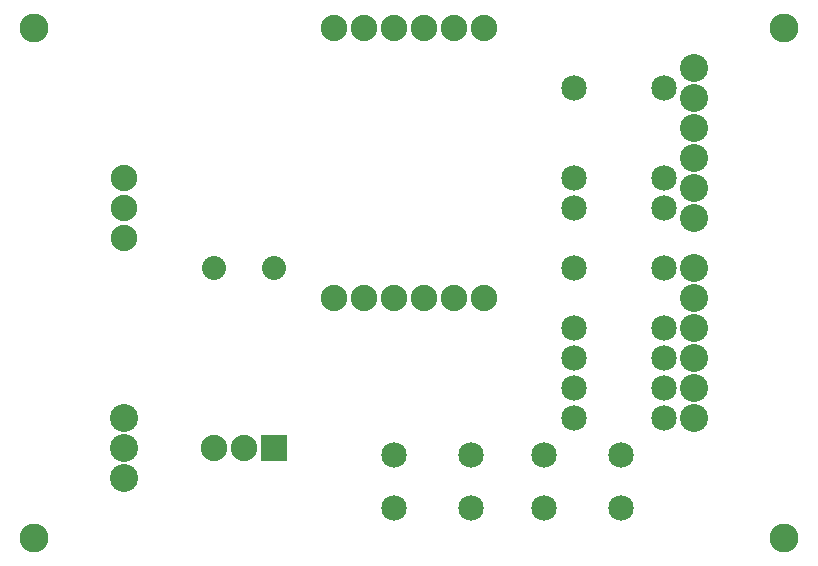
<source format=gts>
G04 MADE WITH FRITZING*
G04 WWW.FRITZING.ORG*
G04 DOUBLE SIDED*
G04 HOLES PLATED*
G04 CONTOUR ON CENTER OF CONTOUR VECTOR*
%ASAXBY*%
%FSLAX23Y23*%
%MOIN*%
%OFA0B0*%
%SFA1.0B1.0*%
%ADD10C,0.096614*%
%ADD11C,0.085000*%
%ADD12C,0.088000*%
%ADD13C,0.080000*%
%ADD14C,0.093307*%
%ADD15R,0.088000X0.088000*%
%LNMASK1*%
G90*
G70*
G54D10*
X127Y132D03*
X2627Y132D03*
X2627Y1832D03*
X127Y1832D03*
G54D11*
X1927Y1632D03*
X2227Y1632D03*
X1927Y1332D03*
X2227Y1332D03*
X1927Y1232D03*
X2227Y1232D03*
X1927Y1032D03*
X2227Y1032D03*
X1927Y832D03*
X2227Y832D03*
X1927Y732D03*
X2227Y732D03*
X1927Y632D03*
X2227Y632D03*
X1927Y532D03*
X2227Y532D03*
G54D12*
X1627Y1832D03*
X1527Y1832D03*
X1427Y1832D03*
X1327Y1832D03*
X1227Y1832D03*
X1127Y1832D03*
X1127Y932D03*
X1227Y932D03*
X1327Y932D03*
X1427Y932D03*
X1527Y932D03*
X1627Y932D03*
G54D11*
X2083Y232D03*
X1827Y232D03*
X2083Y409D03*
X1827Y409D03*
X1583Y232D03*
X1327Y232D03*
X1583Y409D03*
X1327Y409D03*
G54D12*
X927Y432D03*
X827Y432D03*
X727Y432D03*
G54D13*
X727Y1032D03*
X927Y1032D03*
G54D14*
X427Y532D03*
X427Y432D03*
X427Y332D03*
X427Y532D03*
X427Y432D03*
X427Y332D03*
G54D12*
X427Y1332D03*
X427Y1232D03*
X427Y1132D03*
X427Y1332D03*
X427Y1232D03*
X427Y1132D03*
G54D14*
X2327Y1032D03*
X2327Y932D03*
X2327Y832D03*
X2327Y732D03*
X2327Y632D03*
X2327Y532D03*
X2327Y1032D03*
X2327Y932D03*
X2327Y832D03*
X2327Y732D03*
X2327Y632D03*
X2327Y532D03*
X2327Y1699D03*
X2327Y1599D03*
X2327Y1499D03*
X2327Y1399D03*
X2327Y1299D03*
X2327Y1199D03*
X2327Y1699D03*
X2327Y1599D03*
X2327Y1499D03*
X2327Y1399D03*
X2327Y1299D03*
X2327Y1199D03*
G54D15*
X927Y432D03*
G04 End of Mask1*
M02*
</source>
